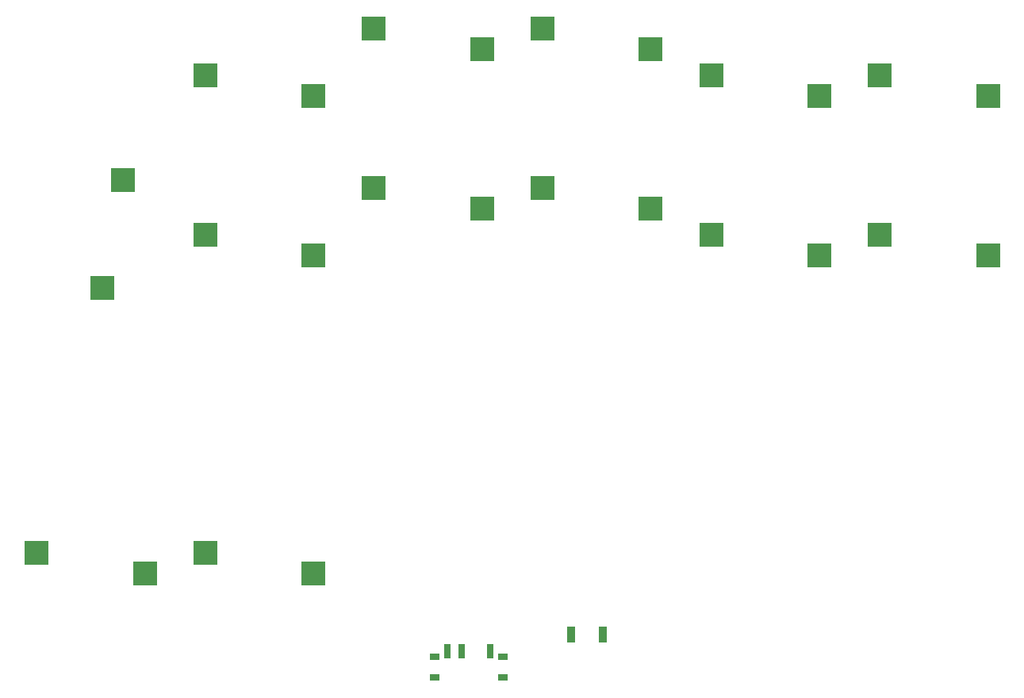
<source format=gbr>
%TF.GenerationSoftware,KiCad,Pcbnew,(5.1.10)-1*%
%TF.CreationDate,2022-08-11T13:18:27-05:00*%
%TF.ProjectId,lamia,6c616d69-612e-46b6-9963-61645f706362,v1.0.0*%
%TF.SameCoordinates,Original*%
%TF.FileFunction,Paste,Bot*%
%TF.FilePolarity,Positive*%
%FSLAX46Y46*%
G04 Gerber Fmt 4.6, Leading zero omitted, Abs format (unit mm)*
G04 Created by KiCad (PCBNEW (5.1.10)-1) date 2022-08-11 13:18:27*
%MOMM*%
%LPD*%
G01*
G04 APERTURE LIST*
%ADD10R,2.600000X2.600000*%
%ADD11R,0.700000X1.500000*%
%ADD12R,1.000000X0.800000*%
%ADD13R,0.900000X1.700000*%
G04 APERTURE END LIST*
D10*
%TO.C,S1*%
X5950000Y3275000D03*
X3750000Y-8275000D03*
%TD*%
%TO.C,S3*%
X14725000Y-2550000D03*
X26275000Y-4750000D03*
%TD*%
%TO.C,S5*%
X14725000Y14450000D03*
X26275000Y12250000D03*
%TD*%
%TO.C,S7*%
X32725000Y2450000D03*
X44275000Y250000D03*
%TD*%
%TO.C,S9*%
X32725000Y19450000D03*
X44275000Y17250000D03*
%TD*%
%TO.C,S11*%
X50725000Y2450000D03*
X62275000Y250000D03*
%TD*%
%TO.C,S13*%
X50725000Y19450000D03*
X62275000Y17250000D03*
%TD*%
%TO.C,S15*%
X68725000Y-2550000D03*
X80275000Y-4750000D03*
%TD*%
%TO.C,S17*%
X68725000Y14450000D03*
X80275000Y12250000D03*
%TD*%
%TO.C,S19*%
X86725000Y-2550000D03*
X98275000Y-4750000D03*
%TD*%
%TO.C,S21*%
X86725000Y14450000D03*
X98275000Y12250000D03*
%TD*%
%TO.C,S23*%
X-3275000Y-36550000D03*
X8275000Y-38750000D03*
%TD*%
%TO.C,S25*%
X14725000Y-36550000D03*
X26275000Y-38750000D03*
%TD*%
D11*
%TO.C,*%
X45112500Y-46988750D03*
X42112500Y-46988750D03*
X40612500Y-46988750D03*
D12*
X46512500Y-49848750D03*
X39212500Y-49848750D03*
X39212500Y-47638750D03*
X46512500Y-47638750D03*
%TD*%
D13*
%TO.C,*%
X53750000Y-45243750D03*
X57150000Y-45243750D03*
%TD*%
M02*

</source>
